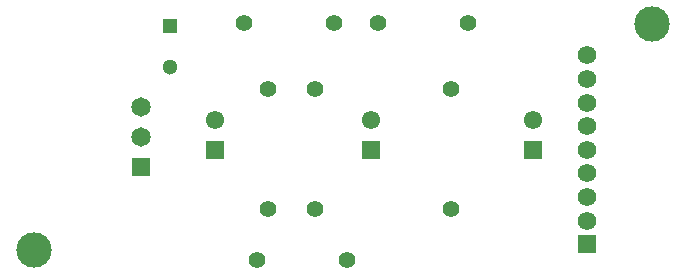
<source format=gbr>
%TF.GenerationSoftware,Altium Limited,Altium Designer,20.0.10 (225)*%
G04 Layer_Color=255*
%FSLAX26Y26*%
%MOIN*%
%TF.FileFunction,Pads,Bot*%
%TF.Part,Single*%
G01*
G75*
%TA.AperFunction,ComponentPad*%
%ADD13C,0.055118*%
%ADD14R,0.051181X0.051181*%
%ADD15C,0.051181*%
%ADD16C,0.064961*%
%ADD17R,0.064961X0.064961*%
%ADD18R,0.061024X0.061024*%
%ADD19C,0.061024*%
%TA.AperFunction,ViaPad*%
%ADD20C,0.061811*%
%ADD21R,0.061811X0.061811*%
%ADD22C,0.118110*%
D13*
X3465000Y4883000D02*
D03*
X3765000D02*
D03*
X4155000Y4664000D02*
D03*
Y4264000D02*
D03*
X3913000Y4883000D02*
D03*
X4213000D02*
D03*
X3508000Y4094000D02*
D03*
X3808000D02*
D03*
X3546000Y4664000D02*
D03*
Y4264000D02*
D03*
X3702000Y4664000D02*
D03*
Y4264000D02*
D03*
D14*
X3219000Y4876000D02*
D03*
D15*
Y4738205D02*
D03*
D16*
X3123000Y4605472D02*
D03*
Y4505472D02*
D03*
D17*
Y4405472D02*
D03*
D18*
X3369197Y4461811D02*
D03*
X3888882D02*
D03*
X4427465D02*
D03*
D19*
X3369197Y4561811D02*
D03*
X3888882D02*
D03*
X4427465D02*
D03*
D20*
X4609370Y4776961D02*
D03*
Y4698220D02*
D03*
Y4619480D02*
D03*
Y4540740D02*
D03*
Y4462000D02*
D03*
Y4383260D02*
D03*
Y4304520D02*
D03*
Y4225779D02*
D03*
D21*
Y4147039D02*
D03*
D22*
X4825905Y4881890D02*
D03*
X2765378Y4129095D02*
D03*
%TF.MD5,e927bcbfe529eb58f6988e1b8f3a4675*%
M02*

</source>
